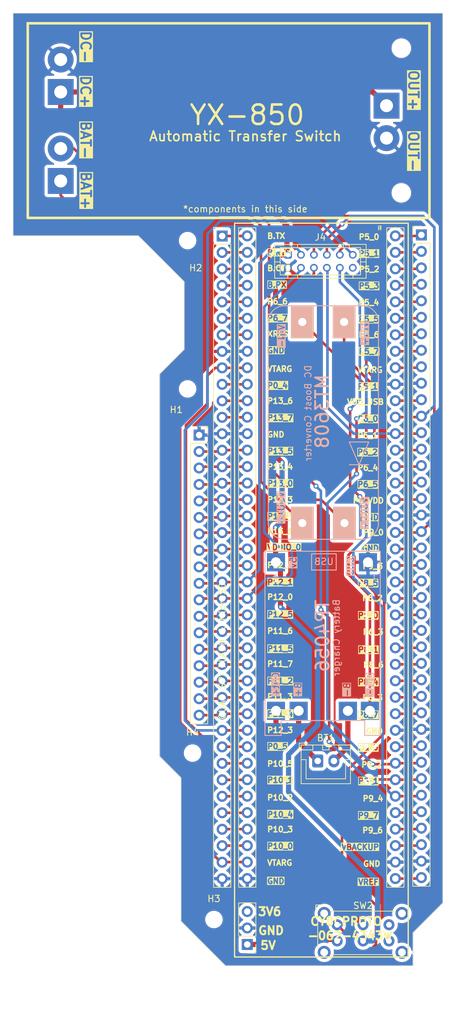
<source format=kicad_pcb>
(kicad_pcb (version 20221018) (generator pcbnew)
  (layers (0 "F.Cu" signal) (31 "B.Cu" signal) (34 "B.Paste" user) (35 "F.Paste" user) (36 "B.SilkS" user "B.Silkscreen") (37 "F.SilkS" user "F.Silkscreen") (38 "B.Mask" user) (39 "F.Mask" user) (44 "Edge.Cuts" user))
  (net 0 "")
  (net 1 "GND")
  (net 2 "+5V")
  (net 3 "P6_0")
  (net 4 "P6_1")
  (net 5 "/PCB1 : Subsistem Data Processing, Gateway, Power/Subsistem Power/BAT+")
  (net 6 "/PCB1 : Subsistem Data Processing, Gateway, Power/Subsistem Power/BAT-")
  (net 7 "P12_3")
  (net 8 "P9_2")
  (net 9 "P9_4")
  (net 10 "P5_0")
  (net 11 "P5_1")
  (net 12 "P5_2")
  (net 13 "P5_3")
  (net 14 "P5_4")
  (net 15 "P5_5")
  (net 16 "P5_6")
  (net 17 "P5_7")
  (net 18 "VTARG")
  (net 19 "VDD_USB")
  (net 20 "P6_2")
  (net 21 "P6_4")
  (net 22 "P6_5")
  (net 23 "P6_VDD")
  (net 24 "P9_0")
  (net 25 "P9_5")
  (net 26 "P9_3")
  (net 27 "P8_5")
  (net 28 "P8_2")
  (net 29 "P1_0")
  (net 30 "P6_3")
  (net 31 "P8_1")
  (net 32 "P8_6")
  (net 33 "P8_4")
  (net 34 "P8_3")
  (net 35 "P8_7")
  (net 36 "P8_0")
  (net 37 "P9_1")
  (net 38 "P9_7")
  (net 39 "P9_6")
  (net 40 "VBACKUP")
  (net 41 "VREF")
  (net 42 "B.TX")
  (net 43 "B.RTS")
  (net 44 "B.CTS")
  (net 45 "B.RX")
  (net 46 "P6_6")
  (net 47 "P6_7")
  (net 48 "XRES")
  (net 49 "P0_4")
  (net 50 "P13_6")
  (net 51 "P13_7")
  (net 52 "P13_5")
  (net 53 "P13_4")
  (net 54 "P13_0")
  (net 55 "P13_3")
  (net 56 "P13_2")
  (net 57 "P13_1")
  (net 58 "VDDIO_0")
  (net 59 "P12_4")
  (net 60 "P12_1")
  (net 61 "P12_0")
  (net 62 "P12_5")
  (net 63 "P11_6")
  (net 64 "P11_5")
  (net 65 "P11_7")
  (net 66 "P11_2")
  (net 67 "P11_3")
  (net 68 "P11_4")
  (net 69 "P0_5")
  (net 70 "P10_5")
  (net 71 "P10_1")
  (net 72 "P10_2")
  (net 73 "P10_4")
  (net 74 "P10_3")
  (net 75 "P10_0")
  (net 76 "/PCB1 : Subsistem Data Processing, Gateway, Power/POWER_BUTTON_OUT")
  (net 77 "+3V3")
  (net 79 "/PCB1 : Subsistem Data Processing, Gateway, Power/BAT_SW_OUT")
  (net 80 "/PCB1 : Subsistem Data Processing, Gateway, Power/BAT_SW_IN")
  (net 83 "/PCB1 : Subsistem Data Processing, Gateway, Power/Subsistem Power/MT3068_VOUT+")
  (net 84 "/PCB1 : Subsistem Data Processing, Gateway, Power/Subsistem Power/MT3068_VOUT-")
  (net 85 "/PCB1 : Subsistem Data Processing, Gateway, Power/Subsistem Power/MT3068_VIN-")
  (footprint "MountingHole:MountingHole_2.2mm_M2" (layer "F.Cu") (at 46.482 170.942)
    (fp_text reference "H3")
    (fp_text value "MountingHole")
  )
  (footprint "Connector_PinHeader_2.54mm:PinHeader_1x40_P2.54mm_Vertical" (layer "F.Cu") (at 47.75 65.59)
    (fp_text reference "J2" hide)
    (fp_text value "Conn_01x40_Socket")
  )
  (footprint "MountingHole:MountingHole_2.2mm_M2" (layer "F.Cu") (at 42.418 89.154)
    (fp_text reference "H1")
    (fp_text value "MountingHole")
  )
  (footprint "Button_Switch_THT:SW_E-Switch_EG2219_DPDT_Angled" (layer "F.Cu") (at 65.5 171.75)
    (fp_text reference "SW2")
    (fp_text value "SW_Push_DPDT")
  )
  (footprint "WMS_components:YX850_v2" (layer "F.Cu") (at 17.4935 47.786)
    (fp_text reference "U1" hide)
    (fp_text value "~")
    (fp_circle (center 57.912 -11.152) (end 59.412 -11.152) (stroke (width 0.05)) (fill none) (layer "Edge.Cuts"))
    (fp_circle (center 57.912 11.152) (end 59.412 11.152) (stroke (width 0.05)) (fill none) (layer "Edge.Cuts"))
  )
  (footprint "Connector_JST:JST_XH_B2B-XH-A_1x02_P2.50mm_Vertical" (layer "F.Cu") (at 62.5 146.5)
    (fp_text reference "BT1")
    (fp_text value "Battery")
  )
  (footprint "Connector_PinHeader_2.54mm:PinHeader_1x40_P2.54mm_Vertical" (layer "F.Cu") (at 78.5 65.42)
    (fp_text reference "J1" hide)
    (fp_text value "Conn_01x40_Socket")
  )
  (footprint "WMS_components:Quad_SPI_flash_microSD_v2" (layer "F.Cu") (at 44.196 96.266)
    (fp_text reference "U5" hide)
    (fp_text value "~")
  )
  (footprint "MountingHole:MountingHole_2.2mm_M2" (layer "F.Cu") (at 42.418 66.294)
    (fp_text reference "H2")
    (fp_text value "MountingHole")
  )
  (footprint "WMS_components:CY8CPROTO-062-4343W_v2" (layer "F.Cu") (at 63.943 115.125)
    (fp_text reference "U6" hide)
    (fp_text value "~")
  )
  (footprint "Connector_JST:JST_PHD_B12B-PHDSS_2x06_P2.00mm_Vertical" (layer "F.Cu") (at 57.913 68.485)
    (fp_text reference "J4")
    (fp_text value "Conn_02x06_Odd_Even")
  )
  (footprint "MountingHole:MountingHole_2.2mm_M2" (layer "F.Cu") (at 43.18 145.288)
    (fp_text reference "H4")
    (fp_text value "MountingHole")
  )
  (footprint "WMS_components:MT3608_module_v2" (layer "B.Cu") (at 63.373 92.837 90)
    (fp_text reference "U2" hide)
    (fp_text value "~")
  )
  (footprint "WMS_components:TP4056-18650_v2" (layer "B.Cu") (at 54.356 114.173 -90)
    (fp_text reference "U3" hide)
    (fp_text value "~")
  )
  (gr_line (start 38.1 145.796) (end 38.1 86.868) (stroke (width 0.1)) (layer "Edge.Cuts"))
  (gr_line (start 15.494 31.242) (end 16.764 31.242) (stroke (width 0.1)) (layer "Edge.Cuts"))
  (gr_line (start 81.788 168.402) (end 77.216 172.974) (stroke (width 0.1)) (layer "Edge.Cuts"))
  (gr_line (start 38.1 86.868) (end 41.91 83.058) (stroke (width 0.1)) (layer "Edge.Cuts"))
  (gr_line (start 15.494 65.532) (end 15.494 31.242) (stroke (width 0.1)) (layer "Edge.Cuts"))
  (gr_line (start 62.738 178.054) (end 75.692 178.054) (stroke (width 0.1)) (layer "Edge.Cuts"))
  (gr_line (start 81.788 31.242) (end 81.788 168.402) (stroke (width 0.1)) (layer "Edge.Cuts"))
  (gr_line (start 41.91 72.644) (end 34.798 65.532) (stroke (width 0.1)) (layer "Edge.Cuts"))
  (gr_line (start 41.91 83.058) (end 41.91 72.644) (stroke (width 0.1)) (layer "Edge.Cuts"))
  (gr_line (start 75.692 178.054) (end 77.216 178.054) (stroke (width 0.1)) (layer "Edge.Cuts"))
  (gr_line (start 41.402 149.098) (end 38.1 145.796) (stroke (width 0.1)) (layer "Edge.Cuts"))
  (gr_line (start 16.764 31.242) (end 81.788 31.242) (stroke (width 0.1)) (layer "Edge.Cuts"))
  (gr_line (start 48.26 178.054) (end 62.738 178.054) (stroke (width 0.1)) (layer "Edge.Cuts"))
  (gr_line (start 77.216 172.974) (end 77.216 178.054) (stroke (width 0.1)) (layer "Edge.Cuts"))
  (gr_line (start 34.798 65.532) (end 15.494 65.532) (stroke (width 0.1)) (layer "Edge.Cuts"))
  (gr_line (start 48.26 178.054) (end 41.402 171.196) (stroke (width 0.1)) (layer "Edge.Cuts"))
  (gr_line (start 41.402 171.196) (end 41.402 149.098) (stroke (width 0.1)) (layer "Edge.Cuts"))
  (segment (start 56.765 68.485) (end 56 69.25) (width 0.8) (layer "F.Cu") (net 2))
  (segment (start 57 100.5) (end 56.75 100.25) (width 0.8) (layer "F.Cu") (net 2))
  (segment (start 73.1195 45.5) (end 71.0075 43.388) (width 0.8) (layer "F.Cu") (net 2))
  (segment (start 57.75 68.322) (end 57.913 68.485) (width 0.8) (layer "F.Cu") (net 2))
  (segment (start 57.75 64) (end 57.75 68.322) (width 0.8) (layer "F.Cu") (net 2))
  (segment (start 57 100.5) (end 57 100.5) (width 0.8) (layer "F.Cu") (net 2))
  (segment (start 56 69.25) (end 56 99.5) (width 0.8) (layer "F.Cu") (net 2))
  (segment (start 29 52.75) (end 29 57.25) (width 0.8) (layer "F.Cu") (net 2))
  (segment (start 56.75 122.75) (end 56.75 116.567) (width 0.8) (layer "F.Cu") (net 2))
  (segment (start 53.5 59.75) (end 57.75 64) (width 0.8) (layer "F.Cu") (net 2))
  (segment (start 56 110.5) (end 56 115.817) (width 0.8) (layer "F.Cu") (net 2))
  (segment (start 56.75 116.567) (end 56.056 115.873) (width 0.8) (layer "F.Cu") (net 2))
  (segment (start 22.8275 43.388) (end 22.8275 46.5775) (width 0.8) (layer "F.Cu") (net 2))
  (segment (start 31.5 59.75) (end 53.5 59.75) (width 0.8) (layer "F.Cu") (net 2))
  (segment (start 71.0075 43.388) (end 22.8275 43.388) (width 0.8) (layer "F.Cu") (net 2))
  (segment (start 56 99.5) (end 57 100.5) (width 0.8) (layer "F.Cu") (net 2))
  (segment (start 22.8275 46.5775) (end 29 52.75) (width 0.8) (layer "F.Cu") (net 2))
  (segment (start 57 100.5) (end 57 100.5) (width 0.8) (layer "F.Cu") (net 2))
  (segment (start 29 57.25) (end 31.5 59.75) (width 0.8) (layer "F.Cu") (net 2))
  (segment (start 57.913 68.485) (end 56.765 68.485) (width 0.8) (layer "F.Cu") (net 2))
  (segment (start 56 115.817) (end 56.056 115.873) (width 0.8) (layer "F.Cu") (net 2))
  (via (at 56 110.5) (size 0.8) (drill 0.4) (layers "F.Cu" "B.Cu") (net 2))
  (via (at 56.75 122.75) (size 0.8) (drill 0.4) (layers "F.Cu" "B.Cu") (net 2))
  (via (at 57 100.5) (size 0.8) (drill 0.4) (layers "F.Cu" "B.Cu") (net 2))
  (segment (start 58 145.5) (end 62.5 141) (width 0.8) (layer "B.Cu") (net 2))
  (segment (start 58 151.25) (end 58 145.5) (width 0.8) (layer "B.Cu") (net 2))
  (segment (start 62.5 141) (end 62.5 128.5) (width 0.8) (layer "B.Cu") (net 2))
  (segment (start 57 100.5) (end 57 109.5) (width 0.8) (layer "B.Cu") (net 2))
  (segment (start 71 174.25) (end 71.75 173.5) (width 0.8) (layer "B.Cu") (net 2))
  (segment (start 56 110.5) (end 56 110.5) (width 0.8) (layer "B.Cu") (net 2))
  (segment (start 57 109.5) (end 56 110.5) (width 0.8) (layer "B.Cu") (net 2))
  (segment (start 62.5 128.5) (end 56.75 122.75) (width 0.8) (layer "B.Cu") (net 2))
  (segment (start 71.75 173.5) (end 71.75 165) (width 0.8) (layer "B.Cu") (net 2))
  (segment (start 71.75 165) (end 58 151.25) (width 0.8) (layer "B.Cu") (net 2))
  (segment (start 69.5 174.25) (end 71 174.25) (width 0.8) (layer "B.Cu") (net 2))
  (segment (start 56 110.5) (end 56 110.5) (width 0.8) (layer "B.Cu") (net 2))
  (segment (start 66.25 63.75) (end 66 64) (width 0.4) (layer "F.Cu") (net 3))
  (segment (start 74.484 93.509) (end 78.351 93.509) (width 0.4) (layer "F.Cu") (net 3))
  (segment (start 63.913 68.485) (end 63.913 66.087) (width 0.4) (layer "F.Cu") (net 3))
  (segment (start 63.913 66.087) (end 66.25 63.75) (width 0.4) (layer "F.Cu") (net 3))
  (segment (start 78.351 93.509) (end 78.5 93.36) (width 0.4) (layer "F.Cu") (net 3))
  (via (at 66.25 63.75) (size 0.8) (drill 0.4) (layers "F.Cu" "B.Cu") (net 3))
  (segment (start 78.89 93.36) (end 78.5 93.36) (width 0.4) (layer "B.Cu") (net 3))
  (segment (start 80.5 64.25) (end 80.5 91.75) (width 0.4) (layer "B.Cu") (net 3))
  (segment (start 66.25 63.75) (end 67.5 62.5) (width 0.4) (layer "B.Cu") (net 3))
  (segment (start 67.5 62.5) (end 78.75 62.5) (width 0.4) (layer "B.Cu") (net 3))
  (segment (start 80.5 91.75) (end 78.89 93.36) (width 0.4) (layer "B.Cu") (net 3))
  (segment (start 78.75 62.5) (end 80.5 64.25) (width 0.4) (layer "B.Cu") (net 3))
  (segment (start 78.351 96.049) (end 78.5 95.9) (width 0.4) (layer "F.Cu") (net 4))
  (segment (start 74.484 96.049) (end 78.351 96.049) (width 0.4) (layer "F.Cu") (net 4))
  (segment (start 68.049 96.049) (end 74.484 96.049) (width 0.4) (layer "B.Cu") (net 4))
  (segment (start 63.913 70.485) (end 64 70.572) (width 0.4) (layer "B.Cu") (net 4))
  (segment (start 64 70.572) (end 64 92) (width 0.4) (layer "B.Cu") (net 4))
  (segment (start 64 92) (end 68.049 96.049) (width 0.4) (layer "B.Cu") (net 4))
  (segment (start 62.5 146.5) (end 59.556 143.556) (width 0.8) (layer "F.Cu") (net 5))
  (segment (start 59.556 143.556) (end 59.556 138.773) (width 0.8) (layer "F.Cu") (net 5))
  (segment (start 67.156 144.344) (end 67.156 138.773) (width 0.8) (layer "F.Cu") (net 6))
  (segment (start 65 146.5) (end 67.156 144.344) (width 0.8) (layer "F.Cu") (net 6))
  (segment (start 47.75 141.79) (end 51.603 141.79) (width 0.4) (layer "F.Cu") (net 7))
  (segment (start 51.603 141.79) (end 51.624 141.769) (width 0.4) (layer "F.Cu") (net 7))
  (segment (start 67.913 68.485) (end 62.678 63.25) (width 0.4) (layer "B.Cu") (net 7))
  (segment (start 47.5 63.25) (end 45.5 65.25) (width 0.4) (layer "B.Cu") (net 7))
  (segment (start 62.678 63.25) (end 47.5 63.25) (width 0.4) (layer "B.Cu") (net 7))
  (segment (start 45.5 92) (end 42 95.5) (width 0.4) (layer "B.Cu") (net 7))
  (segment (start 45.5 65.25) (end 45.5 92) (width 0.4) (layer "B.Cu") (net 7))
  (segment (start 43.54 141.79) (end 47.75 141.79) (width 0.4) (layer "B.Cu") (net 7))
  (segment (start 42 95.5) (end 42 140.25) (width 0.4) (layer "B.Cu") (net 7))
  (segment (start 42 140.25) (end 43.54 141.79) (width 0.4) (layer "B.Cu") (net 7))
  (segment (start 68.5 93.75) (end 68.5 102.25) (width 0.4) (layer "F.Cu") (net 8))
  (segment (start 66.5 67.25) (end 68.75 67.25) (width 0.4) (layer "F.Cu") (net 8))
  (segment (start 70 68.5) (end 70 85.75) (width 0.4) (layer "F.Cu") (net 8))
  (segment (start 74.333 147) (end 74.484 146.849) (width 0.4) (layer "F.Cu") (net 8))
  (segment (start 70 85.75) (end 70 85.5) (width 0.4) (layer "F.Cu") (net 8))
  (segment (start 68.75 67.25) (end 70 68.5) (width 0.4) (layer "F.Cu") (net 8))
  (segment (start 65.913 67.837) (end 66.5 67.25) (width 0.4) (layer "F.Cu") (net 8))
  (segment (start 71 147) (end 74.333 147) (width 0.4) (layer "F.Cu") (net 8))
  (segment (start 78.351 146.849) (end 78.5 146.7) (width 0.4) (layer "F.Cu") (net 8))
  (segment (start 65.913 68.485) (end 65.913 67.837) (width 0.4) (layer "F.Cu") (net 8))
  (segment (start 74.484 146.849) (end 78.351 146.849) (width 0.4) (layer "F.Cu") (net 8))
  (via (at 68.5 93.75) (size 0.8) (drill 0.4) (layers "F.Cu" "B.Cu") (net 8))
  (via (at 71 147) (size 0.8) (drill 0.4) (layers "F.Cu" "B.Cu") (net 8))
  (via (at 70 85.75) (size 0.8) (drill 0.4) (layers "F.Cu" "B.Cu") (net 8))
  (via (at 68.5 102.25) (size 0.8) (drill 0.4) (layers "F.Cu" "B.Cu") (net 8))
  (segment (start 64 140) (end 71 147) (width 0.4) (layer "B.Cu") (net 8))
  (segment (start 64 106.75) (end 64 111) (width 0.4) (layer "B.Cu") (net 8))
  (segment (start 64 111) (end 64 140) (width 0.4) (layer "B.Cu") (net 8))
  (segment (start 71 147) (end 70.75 146.75) (width 0.4) (layer "B.Cu") (net 8))
  (segment (start 68.5 102.25) (end 64 106.75) (width 0.4) (layer "B.Cu") (net 8))
  (segment (start 70 85.75) (end 70 92.75) (width 0.4) (layer "B.Cu") (net 8))
  (segment (start 70 92.75) (end 68.5 93.75) (width 0.4) (layer "B.Cu") (net 8))
  (segment (start 67.5 104.25) (end 69 105.75) (width 0.4) (layer "F.Cu") (net 9))
  (segment (start 74.484 151.929) (end 78.351 151.929) (width 0.4) (layer "F.Cu") (net 9))
  (segment (start 67.5 92.25) (end 67.5 104.25) (width 0.4) (layer "F.Cu") (net 9))
  (segment (start 78.351 151.929) (end 78.5 151.78) (width 0.4) (layer "F.Cu") (net 9))
  (via (at 67.5 92.25) (size 0.8) (drill 0.4) (layers "F.Cu" "B.Cu") (net 9))
  (via (at 69 105.75) (size 0.8) (drill 0.4) (layers "F.Cu" "B.Cu") (net 9))
  (segment (start 68 118.25) (end 72.5 122.75) (width 0.4) (layer "B.Cu") (net 9))
  (segment (start 70 112) (end 68 114) (width 0.4) (layer "B.Cu") (net 9))
  (segment (start 69 75.75) (end 69 90.75) (width 0.4) (layer "B.Cu") (net 9))
  (segment (start 72.5 122.75) (end 72.5 150.25) (width 0.4) (layer "B.Cu") (net 9))
  (segment (start 69 105.75) (end 70 106.75) (width 0.4) (layer "B.Cu") (net 9))
  (segment (start 65.913 70.485) (end 65.913 72.663) (width 0.4) (layer "B.Cu") (net 9))
  (segment (start 74.179 151.929) (end 74.484 151.929) (width 0.4) (layer "B.Cu") (net 9))
  (segment (start 72.5 150.25) (end 74.179 151.929) (width 0.4) (layer "B.Cu") (net 9))
  (segment (start 70 106.75) (end 70 112) (width 0.4) (layer "B.Cu") (net 9))
  (segment (start 68 114) (end 68 118.25) (width 0.4) (layer "B.Cu") (net 9))
  (segment (start 65.913 72.663) (end 69 75.75) (width 0.4) (layer "B.Cu") (net 9))
  (segment (start 69 90.75) (end 67.5 92.25) (width 0.4) (layer "B.Cu") (net 9))
  (segment (start 74.484 65.569) (end 78.351 65.569) (width 0.4) (layer "F.Cu") (net 10))
  (segment (start 78.351 65.569) (end 78.5 65.42) (width 0.4) (layer "F.Cu") (net 10))
  (segment (start 78.351 68.109) (end 78.5 67.96) (width 0.4) (layer "F.Cu") (net 11))
  (segment (start 74.484 68.109) (end 78.351 68.109) (width 0.4) (layer "F.Cu") (net 11))
  (segment (start 74.484 70.649) (end 78.351 70.649) (width 0.4) (layer "F.Cu") (net 12))
  (segment (start 78.351 70.649) (end 78.5 70.5) (width 0.4) (layer "F.Cu") (net 12))
  (segment (start 78.351 73.189) (end 78.5 73.04) (width 0.4) (layer "F.Cu") (net 13))
  (segment (start 74.484 73.189) (end 78.351 73.189) (width 0.4) (layer "F.Cu") (net 13))
  (segment (start 78.351 75.729) (end 78.5 75.58) (width 0.4) (layer "F.Cu") (net 14))
  (segment (start 74.484 75.729) (end 78.351 75.729) (width 0.4) (layer "F.Cu") (net 14))
  (segment (start 78.351 78.269) (end 78.5 78.12) (width 0.4) (layer "F.Cu") (net 15))
  (segment (start 74.484 78.269) (end 78.351 78.269) (width 0.4) (layer "F.Cu") (net 15))
  (segment (start 78.351 80.809) (end 78.5 80.66) (width 0.4) (layer "F.Cu") (net 16))
  (segment (start 74.484 80.809) (end 78.351 80.809) (width 0.4) (layer "F.Cu") (net 16))
  (segment (start 74.484 83.349) (end 78.351 83.349) (width 0.4) (layer "F.Cu") (net 17))
  (segment (start 78.351 83.349) (end 78.5 83.2) (width 0.4) (layer "F.Cu") (net 17))
  (segment (start 46.678 85.91) (end 45.466 87.122) (width 0.4) (layer "F.Cu") (net 18))
  (segment (start 45.466 87.122) (end 45.466 91.44) (width 0.4) (layer "F.Cu") (net 18))
  (segment (start 51.603 85.91) (end 51.624 85.889) (width 0.4) (layer "F.Cu") (net 18))
  (segment (start 42.164 140.208) (end 46.228 144.272) (width 0.4) (layer "F.Cu") (net 18))
  (segment (start 78.351 85.889) (end 78.5 85.74) (width 0.4) (layer "F.Cu") (net 18))
  (segment (start 47.75 85.91) (end 51.603 85.91) (width 0.4) (layer "F.Cu") (net 18))
  (segment (start 47.556 162.11) (end 47.75 162.11) (width 0.4) (layer "F.Cu") (net 18))
  (segment (start 45.466 91.44) (end 42.164 94.742) (width 0.4) (layer "F.Cu") (net 18))
  (segment (start 51.624 162.089) (end 47.771 162.089) (width 0.4) (layer "F.Cu") (net 18))
  (segment (start 46.228 160.782) (end 47.556 162.11) (width 0.4) (layer "F.Cu") (net 18))
  (segment (start 74.484 85.889) (end 78.351 85.889) (width 0.4) (layer "F.Cu") (net 18))
  (segment (start 47.771 162.089) (end 47.75 162.11) (width 0.4) (layer "F.Cu") (net 18))
  (segment (start 47.75 85.91) (end 46.678 85.91) (width 0.4) (layer "F.Cu") (net 18))
  (segment (start 42.164 94.742) (end 42.164 140.208) (width 0.4) (layer "F.Cu") (net 18))
  (segment (start 46.228 144.272) (end 46.228 160.782) (width 0.4) (layer "F.Cu") (net 18))
  (segment (start 78.351 90.969) (end 78.5 90.82) (width 0.4) (layer "F.Cu") (net 19))
  (segment (start 74.484 90.969) (end 78.351 90.969) (width 0.4) (layer "F.Cu") (net 19))
  (segment (start 78.351 98.589) (end 78.5 98.44) (width 0.4) (layer "F.Cu") (net 20))
  (segment (start 74.484 98.589) (end 78.351 98.589) (width 0.4) (layer "F.Cu") (net 20))
  (segment (start 74.484 101.129) (end 78.351 101.129) (width 0.4) (layer "F.Cu") (net 21))
  (segment (start 78.351 101.129) (end 78.5 100.98) (width 0.4) (layer "F.Cu") (net 21))
  (segment (start 74.484 103.669) (end 78.351 103.669) (width 0.4) (layer "F.Cu") (net 22))
  (segment (start 78.351 103.669) (end 78.5 103.52) (width 0.4) (layer "F.Cu") (net 22))
  (segment (start 74.484 106.209) (end 78.351 106.209) (width 0.4) (layer "F.Cu") (net 23))
  (segment (start 78.351 106.209) (end 78.5 106.06) (width 0.4) (layer "F.Cu") (net 23))
  (segment (start 61.913 66.587) (end 66 62.5) (width 0.4) (layer "F.Cu") (net 24))
  (segment (start 61.913 68.485) (end 61.913 66.587) (width 0.4) (layer "F.Cu") (net 24))
  (segment (start 78.75 62.5) (end 80.5 64.25) (width 0.4) (layer "F.Cu") (net 24))
  (segment (start 78.351 111.289) (end 78.5 111.14) (width 0.4) (layer "F.Cu") (net 24))
  (segment (start 80.5 109.14) (end 78.5 111.14) (width 0.4) (layer "F.Cu") (net 24))
  (segment (start 80.5 64.25) (end 80.5 109.14) (width 0.4) (layer "F.Cu") (net 24))
  (segment (start 66 62.5) (end 78.75 62.5) (width 0.4) (layer "F.Cu") (net 24))
  (segment (start 74.484 111.289) (end 78.351 111.289) (width 0.4) (layer "F.Cu") (net 24))
  (segment (start 78.351 113.829) (end 78.5 113.68) (width 0.4) (layer "F.Cu") (net 25))
  (segment (start 74.484 113.829) (end 78.351 113.829) (width 0.4) (layer "F.Cu") (net 25))
  (segment (start 74.484 116.369) (end 78.351 116.369) (width 0.4) (layer "F.Cu") (net 26))
  (segment (start 78.351 116.369) (end 78.5 116.22) (width 0.4) (layer "F.Cu") (net 26))
  (segment (start 78.351 118.909) (end 78.5 118.76) (width 0.4) (layer "F.Cu") (net 27))
  (segment (start 74.484 118.909) (end 78.351 118.909) (width 0.4) (layer "F.Cu") (net 27))
  (segment (start 74.484 121.449) (end 78.351 121.449) (width 0.4) (layer "F.Cu") (net 28))
  (segment (start 78.351 121.449) (end 78.5 121.3) (width 0.4) (layer "F.Cu") (net 28))
  (segment (start 74.484 123.989) (end 78.351 123.989) (width 0.4) (layer "F.Cu") (net 29))
  (segment (start 78.351 123.989) (end 78.5 123.84) (width 0.4) (layer "F.Cu") (net 29))
  (segment (start 78.351 126.529) (end 78.5 126.38) (width 0.4) (layer "F.Cu") (net 30))
  (segment (start 74.484 126.529) (end 78.351 126.529) (width 0.4) (layer "F.Cu") (net 30))
  (segment (start 74.484 129.069) (end 78.351 129.069) (width 0.4) (layer "F.Cu") (net 31))
  (segment (start 78.351 129.069) (end 78.5 128.92) (width 0.4) (layer "F.Cu") (net 31))
  (segment (start 78.351 131.609) (end 78.5 131.46) (width 0.4) (layer "F.Cu") (net 32))
  (segment (start 74.484 131.609) (end 78.351 131.609) (width 0.4) (layer "F.Cu") (net 32))
  (segment (start 74.484 134.149) (end 78.351 134.149) (width 0.4) (layer "F.Cu") (net 33))
  (segment (start 78.351 134.149) (end 78.5 134) (width 0.4) (layer "F.Cu") (net 33))
  (segment (start 74.484 136.689) (end 78.351 136.689) (width 0.4) (layer "F.Cu") (net 34))
  (segment (start 78.351 136.689) (end 78.5 136.54) (width 0.4) (layer "F.Cu") (net 34))
  (segment (start 78.351 139.229) (end 78.5 139.08) (width 0.4) (layer "F.Cu") (net 35))
  (segment (start 74.484 139.229) (end 78.351 139.229) (width 0.4) (layer "F.Cu") (net 35))
  (segment (start 78.351 144.309) (end 78.5 144.16) (width 0.4) (layer "F.Cu") (net 36))
  (segment (start 74.484 144.309) (end 78.351 144.309) (width 0.4) (layer "F.Cu") (net 36))
  (segment (start 62.992 123.19) (end 64.262 124.46) (width 0.4) (layer "F.Cu") (net 37))
  (segment (start 74.484 149.389) (end 78.351 149.389) (width 0.4) (layer "F.Cu") (net 37))
  (segment (start 70.358 149.352) (end 74.447 149.352) (width 0.4) (layer "F.Cu") (net 37))
  (segment (start 61.913 70.485) (end 61.913 71.437) (width 0.4) (layer "F.Cu") (net 37))
  (segment (start 64.262 124.46) (end 64.262 143.51) (width 0.4) (layer "F.Cu") (net 37))
  (segment (start 78.351 149.389) (end 78.5 149.24) (width 0.4) (layer "F.Cu") (net 37))
  (segment (start 57.15 76.2) (end 57.15 99.06) (width 0.4) (layer "F.Cu") (net 37))
  (segment (start 57.15 99.06) (end 62.23 104.14) (width 0.4) (layer "F.Cu") (net 37))
  (segment (start 74.447 149.352) (end 74.484 149.389) (width 0.4) (layer "F.Cu") (net 37))
  (segment (start 61.913 71.437) (end 57.15 76.2) (width 0.4) (layer "F.Cu") (net 37))
  (via (at 62.992 123.19) (size 0.8) (drill 0.4) (layers "F.Cu" "B.Cu") (net 37))
  (via (at 70.358 149.352) (size 0.8) (drill 0.4) (layers "F.Cu" "B.Cu") (net 37))
  (via (at 64.262 143.51) (size 0.8) (drill 0.4) (layers "F.Cu" "B.Cu") (net 37))
  (via (at 62.23 104.14) (size 0.8) (drill 0.4) (layers "F.Cu" "B.Cu") (net 37))
  (segment (start 64.262 143.51) (end 70.104 149.352) (width 0.4) (layer "B.Cu") (net 37))
  (segment (start 62.23 104.14) (end 62.992 104.902) (width 0.4) (layer "B.Cu") (net 37))
  (segment (start 70.104 149.352) (end 70.358 149.352) (width 0.4) (layer "B.Cu") (net 37))
  (segment (start 62.992 104.902) (end 62.992 123.19) (width 0.4) (layer "B.Cu") (net 37))
  (segment (start 74.484 154.469) (end 78.351 154.469) (width 0.4) (layer "F.Cu") (net 38))
  (segment (start 78.351 154.469) (end 78.5 154.32) (width 0.4) (layer "F.Cu") (net 38))
  (segment (start 74.484 157.009) (end 78.351 157.009) (width 0.4) (layer "F.Cu") (net 39))
  (segment (start 78.351 157.009) (end 78.5 156.86) (width 0.4) (layer "F.Cu") (net 39))
  (segment (start 78.351 159.549) (end 78.5 159.4) (width 0.4) (layer "F.Cu") (net 40))
  (segment (start 74.484 159.549) (end 78.351 159.549) (width 0.4) (layer "F.Cu") (net 40))
  (segment (start 78.351 164.629) (end 78.5 164.48) (width 0.4) (layer "F.Cu") (net 41))
  (segment (start 74.484 164.629) (end 78.351 164.629) (width 0.4) (layer "F.Cu") (net 41))
  (segment (start 47.75 65.59) (end 51.603 65.59) (width 0.4) (layer "F.Cu") (net 42))
  (segment (start 51.603 65.59) (end 51.624 65.569) (width 0.4) (layer "F.Cu") (net 42))
  (segment (start 47.771 68.109) (end 47.75 68.13) (width 0.4) (layer "F.Cu") (net 43))
  (segment (start 51.624 68.109) (end 47.771 68.109) (width 0.4) (layer "F.Cu") (net 43))
  (segment (start 51.603 70.67) (end 51.624 70.649) (width 0.4) (layer "F.Cu") (net 44))
  (segment (start 47.75 70.67) (end 51.603 70.67) (width 0.4) (layer "F.Cu") (net 44))
  (segment (start 51.603 73.21) (end 51.624 73.189) (width 0.4) (layer "F.Cu") (net 45))
  (segment (start 47.75 73.21) (end 51.603 73.21) (width 0.4) (layer "F.Cu") (net 45))
  (segment (start 47.771 75.729) (end 47.75 75.75) (width 0.4) (layer "F.Cu") (net 46))
  (segment (start 51.624 75.729) (end 47.771 75.729) (width 0.4) (layer "F.Cu") (net 46))
  (segment (start 47.771 78.269) (end 47.75 78.29) (width 0.4) (layer "F.Cu") (net 47))
  (segment (start 51.624 78.269) (end 47.771 78.269) (width 0.4) (layer "F.Cu") (net 47))
  (segment (start 51.624 80.809) (end 47.771 80.809) (width 0.4) (layer "F.Cu") (net 48))
  (segment (start 47.771 80.809) (end 47.75 80.83) (width 0.4) (layer "F.Cu") (net 48))
  (segment (start 51.603 88.45) (end 51.624 88.429) (width 0.4) (layer "F.Cu") (net 49))
  (segment (start 47.75 88.45) (end 51.603 88.45) (width 0.4) (layer "F.Cu") (net 49))
  (segment (start 47.75 90.99) (end 51.603 90.99) (width 0.4) (layer "F.Cu") (net 50))
  (segment (start 51.603 90.99) (end 51.624 90.969) (width 0.4) (layer "F.Cu") (net 50))
  (segment (start 51.603 93.53) (end 51.624 93.509) (width 0.4) (layer "F.Cu") (net 51))
  (segment (start 47.75 93.53) (end 51.603 93.53) (width 0.4) (layer "F.Cu") (net 51))
  (segment (start 47.75 98.61) (end 47.771 98.589) (width 0.4) (layer "F.Cu") (net 52))
  (segment (start 44.196 98.806) (end 47.554 98.806) (width 0.4) (layer "F.Cu") (net 52))
  (segment (start 47.554 98.806) (end 47.75 98.61) (width 0.4) (layer "F.Cu") (net 52))
  (segment (start 47.771 98.589) (end 51.624 98.589) (width 0.4) (layer "F.Cu") (net 52))
  (segment (start 44.392 101.15) (end 44.196 101.346) (width 0.4) (layer "F.Cu") (net 53))
  (segment (start 51.603 101.15) (end 47.75 101.15) (width 0.4) (layer "F.Cu") (net 53))
  (segment (start 47.75 101.15) (end 44.392 101.15) (width 0.4) (layer "F.Cu") (net 53))
  (segment (start 51.624 101.129) (end 51.603 101.15) (width 0.4) (layer "F.Cu") (net 53))
  (segment (start 44.196 103.886) (end 47.554 103.886) (width 0.4) (layer "F.Cu") (net 54))
  (segment (start 47.75 103.69) (end 51.603 103.69) (width 0.4) (layer "F.Cu") (net 54))
  (segment (start 47.554 103.886) (end 47.75 103.69) (width 0.4) (layer "F.Cu") (net 54))
  (segment (start 51.603 103.69) (end 51.624 103.669) (width 0.4) (layer "F.Cu") (net 54))
  (segment (start 47.75 106.23) (end 44.392 106.23) (width 0.4) (layer "F.Cu") (net 55))
  (segment (start 44.392 106.23) (end 44.196 106.426) (width 0.4) (layer "F.Cu") (net 55))
  (segment (start 51.624 106.209) (end 47.771 106.209) (width 0.4) (layer "F.Cu") (net 55))
  (segment (start 47.771 106.209) (end 47.75 106.23) (width 0.4) (layer "F.Cu") (net 55))
  (segment (start 47.771 108.749) (end 51.624 108.749) (width 0.4) (layer "F.Cu") (net 56))
  (segment (start 47.75 108.77) (end 47.771 108.749) (width 0.4) (layer "F.Cu") (net 56))
  (segment (start 44.196 108.966) (end 47.554 108.966) (width 0.4) (layer "F.Cu") (net 56))
  (segment (start 47.554 108.966) (end 47.75 108.77) (width 0.4) (layer "F.Cu") (net 56))
  (segment (start 47.75 111.31) (end 44.392 111.31) (width 0.4) (layer "F.Cu") (net 57))
  (segment (start 51.624 111.289) (end 47.771 111.289) (width 0.4) (layer "F.Cu") (net 57))
  (segment (start 44.392 111.31) (end 44.196 111.506) (width 0.4) (layer "F.Cu") (net 57))
  (segment (start 47.771 111.289) (end 47.75 111.31) (width 0.4) (layer "F.Cu") (net 57))
  (segment (start 47.771 113.829) (end 51.624 113.829) (width 0.4) (layer "F.Cu") (net 58))
  (segment (start 44.196 114.046) (end 47.554 114.046) (width 0.4) (layer "F.Cu") (net 58))
  (segment (start 47.554 114.046) (end 47.75 113.85) (width 0.4) (layer "F.Cu") (net 58))
  (segment (start 47.75 113.85) (end 47.771 113.829) (width 0.4) (layer "F.Cu") (net 58))
  (segment (start 44.392 116.39) (end 44.196 116.586) (width 0.4) (layer "F.Cu") (net 59))
  (segment (start 51.603 116.39) (end 51.624 116.369) (width 0.4) (layer "F.Cu") (net 59))
  (segment (start 47.75 116.39) (end 44.392 116.39) (width 0.4) (layer "F.Cu") (net 59))
  (segment (start 47.75 116.39) (end 51.603 116.39) (width 0.4) (layer "F.Cu") (net 59))
  (segment (start 44.196 119.126) (end 47.554 119.126) (width 0.4) (layer "F.Cu") (net 60))
  (segment (start 51.603 118.93) (end 51.624 118.909) (width 0.4) (layer "F.Cu") (net 60))
  (segment (start 47.554 119.126) (end 47.75 118.93) (width 0.4) (layer "F.Cu") (net 60))
  (segment (start 47.75 118.93) (end 51.603 118.93) (width 0.4) (layer "F.Cu") (net 60))
  (segment (start 56 67.25) (end 53.5 69.75) (width 0.4) (layer "B.Cu") (net 60))
  (segment (start 59.913 68.485) (end 59.913 68.163) (width 0.4) (layer "B.Cu") (net 60))
  (segment (start 59 67.25) (end 56 67.25) (width 0.4) (layer "B.Cu") (net 60))
  (segment (start 53.5 69.75) (end 53.5 117.033) (width 0.4) (layer "B.Cu") (net 60))
  (segment (start 53.5 117.033) (end 51.624 118.909) (width 0.4) (layer "B.Cu") (net 60))
  (segment (start 59.913 68.163) (end 59 67.25) (width 0.4) (layer "B.Cu") (net 60))
  (segment (start 51.624 121.449) (end 47.771 121.449) (width 0.4) (layer "F.Cu") (net 61))
  (segment (start 44.392 121.47) (end 44.196 121.666) (width 0.4) (layer "F.Cu") (net 61))
  (segment (start 47.771 121.449) (end 47.75 121.47) (width 0.4) (layer "F.Cu") (net 61))
  (segment (start 47.75 121.47) (end 44.392 121.47) (width 0.4) (layer "F.Cu") (net 61))
  (segment (start 58.5 113.75) (end 58.5 117.75) (width 0.4) (layer "B.Cu") (net 61))
  (segment (start 51.624 121.376) (end 51.624 121.449) (width 0.4) (layer "B.Cu") (net 61))
  (segment (start 59.913 70.837) (end 54.25 76.5) (width 0.4) (layer "B.Cu") (net 61))
  (segment (start 54.25 76.5) (end 54.25 111.25) (width 0.4) (layer "B.Cu") (net 61))
  (segment (start 59.913 70.485) (end 59.913 70.837) (width 0.4) (layer "B.Cu") (net 61))
  (segment (start 54.75 118.25) (end 51.624 121.376) (width 0.4) (layer "B.Cu") (net 61))
  (segment (start 58 118.25) (end 54.75 118.25) (width 0.4) (layer "B.Cu") (net 61))
  (segment (start 58.5 117.75) (end 58 118.25) (width 0.4) (layer "B.Cu") (net 61))
  (segment (start 56.5 113.5) (end 58.25 113.5) (width 0.4) (layer "B.Cu") (net 61))
  (segment (start 58.25 113.5) (end 58.5 113.75) (width 0.4) (layer "B.Cu") (net 61))
  (segment (start 54.25 111.25) (end 56.5 113.5) (width 0.4) (layer "B.Cu") (net 61))
  (segment (start 47.771 123.989) (end 51.624 123.989) (width 0.4) (layer "F.Cu") (net 62))
  (segment (start 47.554 124.206) (end 47.75 124.01) (width 0.4) (layer "F.Cu") (net 62))
  (segment (start 47.75 124.01) (end 47.771 123.989) (width 0.4) (layer "F.Cu") (net 62))
  (segment (start 44.196 124.206) (end 47.554 124.206) (width 0.4) (layer "F.Cu") (net 62))
  (segment (start 47.771 126.529) (end 47.75 126.55) (width 0.4) (layer "F.Cu") (net 63))
  (segment (start 51.624 126.529) (end 47.771 126.529) (width 0.4) (layer "F.Cu") (net 63))
  (segment (start 44.392 126.55) (end 44.196 126.746) (width 0.4) (layer "F.Cu") (net 63))
  (segment (start 47.75 126.55) (end 44.392 126.55) (width 0.4) (layer "F.Cu") (net 63))
  (segment (start 47.554 129.286) (end 47.75 129.09) (width 0.4) (layer "F.Cu") (net 64))
  (segment (start 44.196 129.286) (end 47.554 129.286) (width 0.4) (layer "F.Cu") (net 64))
  (segment (start 51.603 129.09) (end 51.624 129.069) (width 0.4) (layer "F.Cu") (net 64))
  (segment (start 47.75 129.09) (end 51.603 129.09) (width 0.4) (layer "F.Cu") (net 64))
  (segment (start 47.75 131.63) (end 51.603 131.63) (width 0.4) (layer "F.Cu") (net 65))
  (segment (start 47.554 131.826) (end 47.75 131.63) (width 0.4) (layer "F.Cu") (net 65))
  (segment (start 44.196 131.826) (end 47.554 131.826) (width 0.4) (layer "F.Cu") (net 65))
  (segment (start 51.603 131.63) (end 51.624 131.609) (width 0.4) (layer "F.Cu") (net 65))
  (segment (start 47.75 134.17) (end 51.603 134.17) (width 0.4) (layer "F.Cu") (net 66))
  (segment (start 51.603 134.17) (end 51.624 134.149) (width 0.4) (layer "F.Cu") (net 66))
  (segment (start 47.554 134.366) (end 47.75 134.17) (width 0.4) (layer "F.Cu") (net 66))
  (segment (start 44.196 134.366) (end 47.554 134.366) (width 0.4) (layer "F.Cu") (net 66))
  (segment (start 47.554 136.906) (end 47.75 136.71) (width 0.4) (layer "F.Cu") (net 67))
  (segment (start 44.196 136.906) (end 47.554 136.906) (width 0.4) (layer "F.Cu") (net 67))
  (segment (start 47.75 136.71) (end 51.603 136.71) (width 0.4) (layer "F.Cu") (net 67))
  (segment (start 51.603 136.71) (end 51.624 136.689) (width 0.4) (layer "F.Cu") (net 67))
  (segment (start 44.196 139.446) (end 47.554 139.446) (width 0.4) (layer "F.Cu") (net 68))
  (segment (start 47.554 139.446) (end 47.75 139.25) (width 0.4) (layer "F.Cu") (net 68))
  (segment (start 47.771 139.229) (end 47.75 139.25) (width 0.4) (layer "F.Cu") (net 68))
  (segment (start 51.624 139.229) (end 47.771 139.229) (width 0.4) (layer "F.Cu") (net 68))
  (segment (start 51.624 144.309) (end 47.771 144.309) (width 0.4) (layer "F.Cu") (net 69))
  (segment (start 47.771 144.309) (end 47.75 144.33) (width 0.4) (layer "F.Cu") (net 69))
  (segment (start 47.75 146.87) (end 51.603 146.87) (width 0.4) (layer "F.Cu") (net 70))
  (segment (start 51.603 146.87) (end 51.624 146.849) (width 0.4) (layer "F.Cu") (net 70))
  (segment (start 47.75 149.41) (end 51.603 149.41) (width 0.4) (layer "F.Cu") (net 71))
  (segment (start 51.603 149.41) (end 51.624 149.389) (width 0.4) (layer "F.Cu") (net 71))
  (segment (start 47.75 151.95) (end 51.603 151.95) (width 0.4) (layer "F.Cu") (net 72))
  (segment (start 51.603 151.95) (end 51.624 151.929) (width 0.4) (layer "F.Cu") (net 72))
  (segment (start 47.75 154.49) (end 51.603 154.49) (width 0.4) (layer "F.Cu") (net 73))
  (segment (start 51.603 154.49) (end 51.624 154.469) (width 0.4) (layer "F.Cu") (net 73))
  (segment (start 47.771 157.009) (end 47.75 157.03) (width 0.4) (layer "F.Cu") (net 74))
  (segment (start 51.624 157.009) (end 47.771 157.009) (width 0.4) (layer "F.Cu") (net 74))
  (segment (start 51.624 159.549) (end 47.771 159.549) (width 0.4) (layer "F.Cu") (net 75))
  (segment (start 47.771 159.549) (end 47.75 159.57) (width 0.4) (layer "F.Cu") (net 75))
  (segment (start 51.624 174.789) (end 61.211 174.789) (width 0.8) (layer "F.Cu") (net 76))
  (segment (start 65.25 174) (end 65.5 174.25) (width 0.8) (layer "F.Cu") (net 76))
  (segment (start 62 174) (end 65.25 174) (width 0.8) (layer "F.Cu") (net 76))
  (segment (start 61.211 174.789) (end 62 174) (width 0.8) (layer "F.Cu") (net 76))
  (segment (start 71.5 168.75) (end 71.5 174.75) (width 0.4) (layer "F.Cu") (net 79))
  (segment (start 67.25 173.5) (end 65.5 171.75) (width 0.4) (layer "F.Cu") (net 79))
  (segment (start 71.25 88.75) (end 71.25 113) (width 0.4) (layer "F.Cu") (net 79))
  (segment (start 71.25 113) (end 72.75 114.5) (width 0.4) (layer "F.Cu") (net 79))
  (segment (start 71.5 174.75) (end 70.25 176) (width 0.4) (layer "F.Cu") (net 79))
  (segment (start 68.25 176) (end 67.25 175) (width 0.4) (layer "F.Cu") (net 79))
  (segment (start 67.25 175) (end 67.25 173.5) (width 0.4) (layer "F.Cu") (net 79))
  (segment (start 66.573 78.837) (end 66.573 84.073) (width 0.4) (layer "F.Cu") (net 79))
  (segment (start 66.573 84.073) (end 71.25 88.75) (width 0.4) (layer "F.Cu") (net 79))
  (segment (start 70.25 176) (end 68.25 176) (width 0.4) (layer "F.Cu") (net 79))
  (segment (start 66.25 148.75) (end 72.75 142.25) (width 0.4) (layer "F.Cu") (net 79))
  (segment (start 72.75 142.25) (end 72.75 114.5) (width 0.4) (layer "F.Cu") (net 79))
  (segment (start 66.25 163.5) (end 66.25 148.75) (width 0.4) (layer "F.Cu") (net 79))
  (segment (start 71.5 168.75) (end 66.25 163.5) (width 0.4) (layer "F.Cu") (net 79))
  (segment (start 56.056 138.773) (end 56.056 158.306) (width 0.8) (layer "F.Cu") (net 80))
  (segment (start 56.056 158.306) (end 69.5 171.75) (width 0.8) (layer "F.Cu") (net 80))
  (segment (start 55 101.25) (end 60 106.25) (width 0.4) (layer "F.Cu") (net 83))
  (segment (start 27.25 54.5) (end 27.25 59) (width 0.4) (layer "F.Cu") (net 83))
  (segment (start 29.5 61.25) (end 52.5 61.25) (width 0.4) (layer "F.Cu") (net 83))
  (segment (start 27.25 59) (end 29.5 61.25) (width 0.4) (layer "F.Cu") (net 83))
  (segment (start 60 106.25) (end 63.036 106.25) (width 0.4) (layer "F.Cu") (net 83))
  (segment (start 22.8275 52.104) (end 24.854 52.104) (width 0.4) (layer "F.Cu") (net 83))
  (segment (start 55 63.75) (end 55 101.25) (width 0.4) (layer "F.Cu") (net 83))
  (segment (start 24.854 52.104) (end 27.25 54.5) (width 0.4) (layer "F.Cu") (net 83))
  (segment (start 52.5 61.25) (end 55 63.75) (width 0.4) (layer "F.Cu") (net 83))
  (segment (start 63.036 106.25) (end 66.623 109.837) (width 0.4) (layer "F.Cu") (net 83))
  (segment (start 22.8275 59.3275) (end 25.75 62.25) (width 0.4) (layer "F.Cu") (net 84))
  (segment (start 52 62.25) (end 53.75 64) (width 0.4) (layer "F.Cu") (net 84))
  (segment (start 25.75 62.25) (end 52 62.25) (width 0.4) (layer "F.Cu") (net 84))
  (segment (start 53.75 64) (end 53.75 103.464) (width 0.4) (layer "F.Cu") (net 84))
  (segment (start 22.8275 57.104) (end 22.8275 59.3275) (width 0.4) (layer "F.Cu") (net 84))
  (segment (start 53.75 103.464) (end 60.123 109.837) (width 0.4) (layer "F.Cu") (net 84))
  (segment (start 70.556 138.773) (end 70.556 121.056) (width 0.4) (layer "F.Cu") (net 85))
  (segment (start 67.25 114.75) (end 70 112) (width 0.4) (layer "F.Cu") (net 85))
  (segment (start 70 88.714) (end 60.123 78.837) (width 0.4) (layer "F.Cu") (net 85))
  (segment (start 70 112) (end 70 88.714) (width 0.4) (layer "F.Cu") (net 85))
  (segment (start 67.25 117.75) (end 67.25 114.75) (width 0.4) (layer "F.Cu") (net 85))
  (segment (start 70.556 121.056) (end 67.25 117.75) (width 0.4) (layer "F.Cu") (net 85))
  (zone (net 1) (net_name "GND") (layers "F&B.Cu") (connect_pads (clearance 0.5)) (min_thickness 0.25) (fill yes (thermal_gap 0.5) (thermal_bridge_width 0.5))
    (polygon (pts (xy 13.462 29.21) (xy 83.82 29.464) (xy 83.82 178.054) (xy 36.83 178.054) (xy 36.576 72.136) (xy 14.478 72.136)))
  )
)
</source>
